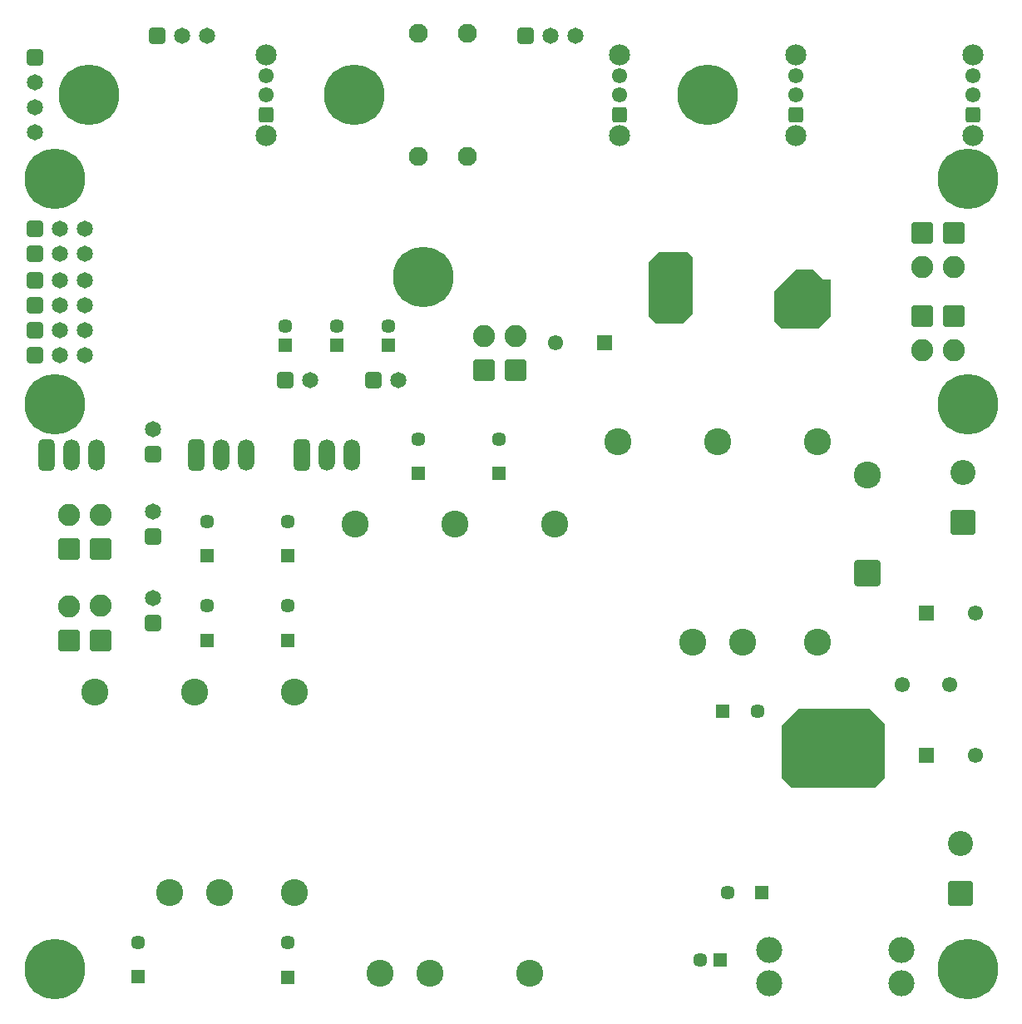
<source format=gts>
G04*
G04 #@! TF.GenerationSoftware,Altium Limited,Altium Designer,18.1.9 (240)*
G04*
G04 Layer_Color=8388736*
%FSLAX25Y25*%
%MOIN*%
G70*
G01*
G75*
%ADD13C,0.06496*%
G04:AMPARAMS|DCode=14|XSize=64.96mil|YSize=64.96mil|CornerRadius=11.81mil|HoleSize=0mil|Usage=FLASHONLY|Rotation=180.000|XOffset=0mil|YOffset=0mil|HoleType=Round|Shape=RoundedRectangle|*
%AMROUNDEDRECTD14*
21,1,0.06496,0.04134,0,0,180.0*
21,1,0.04134,0.06496,0,0,180.0*
1,1,0.02362,-0.02067,0.02067*
1,1,0.02362,0.02067,0.02067*
1,1,0.02362,0.02067,-0.02067*
1,1,0.02362,-0.02067,-0.02067*
%
%ADD14ROUNDEDRECTD14*%
%ADD15C,0.06102*%
%ADD16R,0.06102X0.06102*%
G04:AMPARAMS|DCode=17|XSize=88.58mil|YSize=88.58mil|CornerRadius=15.35mil|HoleSize=0mil|Usage=FLASHONLY|Rotation=90.000|XOffset=0mil|YOffset=0mil|HoleType=Round|Shape=RoundedRectangle|*
%AMROUNDEDRECTD17*
21,1,0.08858,0.05787,0,0,90.0*
21,1,0.05787,0.08858,0,0,90.0*
1,1,0.03071,0.02894,0.02894*
1,1,0.03071,0.02894,-0.02894*
1,1,0.03071,-0.02894,-0.02894*
1,1,0.03071,-0.02894,0.02894*
%
%ADD17ROUNDEDRECTD17*%
%ADD18C,0.08858*%
%ADD19C,0.08465*%
G04:AMPARAMS|DCode=20|XSize=61.02mil|YSize=61.02mil|CornerRadius=11.22mil|HoleSize=0mil|Usage=FLASHONLY|Rotation=90.000|XOffset=0mil|YOffset=0mil|HoleType=Round|Shape=RoundedRectangle|*
%AMROUNDEDRECTD20*
21,1,0.06102,0.03858,0,0,90.0*
21,1,0.03858,0.06102,0,0,90.0*
1,1,0.02244,0.01929,0.01929*
1,1,0.02244,0.01929,-0.01929*
1,1,0.02244,-0.01929,-0.01929*
1,1,0.02244,-0.01929,0.01929*
%
%ADD20ROUNDEDRECTD20*%
%ADD21C,0.07677*%
%ADD22C,0.05709*%
%ADD23R,0.05709X0.05709*%
%ADD24C,0.10827*%
G04:AMPARAMS|DCode=25|XSize=64.96mil|YSize=64.96mil|CornerRadius=11.81mil|HoleSize=0mil|Usage=FLASHONLY|Rotation=270.000|XOffset=0mil|YOffset=0mil|HoleType=Round|Shape=RoundedRectangle|*
%AMROUNDEDRECTD25*
21,1,0.06496,0.04134,0,0,270.0*
21,1,0.04134,0.06496,0,0,270.0*
1,1,0.02362,-0.02067,-0.02067*
1,1,0.02362,-0.02067,0.02067*
1,1,0.02362,0.02067,0.02067*
1,1,0.02362,0.02067,-0.02067*
%
%ADD25ROUNDEDRECTD25*%
%ADD26O,0.06591X0.12591*%
G04:AMPARAMS|DCode=27|XSize=65.91mil|YSize=125.91mil|CornerRadius=17.95mil|HoleSize=0mil|Usage=FLASHONLY|Rotation=0.000|XOffset=0mil|YOffset=0mil|HoleType=Round|Shape=RoundedRectangle|*
%AMROUNDEDRECTD27*
21,1,0.06591,0.09000,0,0,0.0*
21,1,0.03000,0.12591,0,0,0.0*
1,1,0.03591,0.01500,-0.04500*
1,1,0.03591,-0.01500,-0.04500*
1,1,0.03591,-0.01500,0.04500*
1,1,0.03591,0.01500,0.04500*
%
%ADD27ROUNDEDRECTD27*%
G04:AMPARAMS|DCode=28|XSize=108.27mil|YSize=108.27mil|CornerRadius=18.31mil|HoleSize=0mil|Usage=FLASHONLY|Rotation=270.000|XOffset=0mil|YOffset=0mil|HoleType=Round|Shape=RoundedRectangle|*
%AMROUNDEDRECTD28*
21,1,0.10827,0.07165,0,0,270.0*
21,1,0.07165,0.10827,0,0,270.0*
1,1,0.03661,-0.03583,-0.03583*
1,1,0.03661,-0.03583,0.03583*
1,1,0.03661,0.03583,0.03583*
1,1,0.03661,0.03583,-0.03583*
%
%ADD28ROUNDEDRECTD28*%
%ADD29C,0.10039*%
G04:AMPARAMS|DCode=30|XSize=100.39mil|YSize=100.39mil|CornerRadius=12.4mil|HoleSize=0mil|Usage=FLASHONLY|Rotation=270.000|XOffset=0mil|YOffset=0mil|HoleType=Round|Shape=RoundedRectangle|*
%AMROUNDEDRECTD30*
21,1,0.10039,0.07559,0,0,270.0*
21,1,0.07559,0.10039,0,0,270.0*
1,1,0.02480,-0.03780,-0.03780*
1,1,0.02480,-0.03780,0.03780*
1,1,0.02480,0.03780,0.03780*
1,1,0.02480,0.03780,-0.03780*
%
%ADD30ROUNDEDRECTD30*%
%ADD31R,0.05709X0.05709*%
%ADD32C,0.00591*%
%ADD33C,0.24213*%
%ADD34C,0.10433*%
G36*
X340551Y118110D02*
X312008D01*
Y118110D01*
X305118Y111221D01*
Y90551D01*
X309055Y86614D01*
X342520D01*
Y86614D01*
X346457Y90551D01*
Y112205D01*
X340551Y118110D01*
D02*
G37*
G36*
X267717Y301181D02*
X255906D01*
X251969Y297244D01*
Y275591D01*
X254921Y272638D01*
X265748D01*
X269685Y276575D01*
Y299213D01*
X267717Y301181D01*
D02*
G37*
G36*
X324803Y290354D02*
Y275528D01*
X319945Y270669D01*
X305118D01*
X302165Y273622D01*
Y285433D01*
X311024Y294291D01*
X317913D01*
Y294291D01*
X321850Y290354D01*
X324803D01*
D02*
G37*
D13*
X25748Y310669D02*
D03*
X15748Y310669D02*
D03*
X25748Y289961D02*
D03*
X15748D02*
D03*
X25748Y269961D02*
D03*
X15748Y269961D02*
D03*
X25748Y259842D02*
D03*
X15748D02*
D03*
X151654Y250000D02*
D03*
X53150Y230197D02*
D03*
X5906Y349331D02*
D03*
Y359331D02*
D03*
X74961Y387795D02*
D03*
X64961D02*
D03*
X53150Y197362D02*
D03*
Y162480D02*
D03*
X116220Y250000D02*
D03*
X15748Y279961D02*
D03*
X25748D02*
D03*
X15748Y300669D02*
D03*
X25748Y300669D02*
D03*
X5906Y369331D02*
D03*
X212598Y387795D02*
D03*
X222598D02*
D03*
D14*
X5748Y310669D02*
D03*
Y289961D02*
D03*
Y269961D02*
D03*
Y259842D02*
D03*
X141654Y250000D02*
D03*
X54961Y387795D02*
D03*
X106220Y250000D02*
D03*
X5748Y279961D02*
D03*
Y300669D02*
D03*
X202598Y387795D02*
D03*
D15*
X214567Y264764D02*
D03*
X381890Y372047D02*
D03*
Y364173D02*
D03*
X311024Y372047D02*
D03*
Y364173D02*
D03*
X353740Y127953D02*
D03*
X372638D02*
D03*
X98425Y372047D02*
D03*
Y364173D02*
D03*
X382874Y99410D02*
D03*
Y156496D02*
D03*
X240158Y364173D02*
D03*
Y372047D02*
D03*
D16*
X234252Y264764D02*
D03*
X363189Y99410D02*
D03*
Y156496D02*
D03*
D17*
X185827Y253937D02*
D03*
X198425D02*
D03*
X374213Y275590D02*
D03*
X361614D02*
D03*
Y309055D02*
D03*
X32087Y145669D02*
D03*
Y182087D02*
D03*
X374213Y309055D02*
D03*
X19488Y145591D02*
D03*
Y182087D02*
D03*
D18*
X185827Y267717D02*
D03*
X198425D02*
D03*
X374213Y261811D02*
D03*
X361614D02*
D03*
Y295276D02*
D03*
X32087Y159449D02*
D03*
Y195866D02*
D03*
X374213Y295276D02*
D03*
X19488Y159370D02*
D03*
Y195866D02*
D03*
D19*
X381890Y380315D02*
D03*
Y348031D02*
D03*
X311024Y380315D02*
D03*
Y348031D02*
D03*
X98425Y380315D02*
D03*
Y348031D02*
D03*
X240158D02*
D03*
Y380315D02*
D03*
D20*
X381890Y356299D02*
D03*
X311024D02*
D03*
X98425D02*
D03*
X240158D02*
D03*
D21*
X159449Y388779D02*
D03*
Y339567D02*
D03*
X179134Y388779D02*
D03*
Y339567D02*
D03*
D22*
X106299Y271654D02*
D03*
X126969D02*
D03*
X147638D02*
D03*
X107283Y24409D02*
D03*
X47244Y24606D02*
D03*
X107283Y159449D02*
D03*
X107283Y193268D02*
D03*
X159449Y226378D02*
D03*
X191929Y226378D02*
D03*
X295433Y117126D02*
D03*
X272638Y17717D02*
D03*
X283465Y44488D02*
D03*
X74803Y159449D02*
D03*
X74803Y193268D02*
D03*
D23*
X106299Y263779D02*
D03*
X126969D02*
D03*
X147638D02*
D03*
X107283Y10630D02*
D03*
X47244Y10827D02*
D03*
X107283Y145669D02*
D03*
X107283Y179488D02*
D03*
X159449Y212598D02*
D03*
X191929Y212598D02*
D03*
X74803Y145669D02*
D03*
X74803Y179488D02*
D03*
D24*
X110039Y44488D02*
D03*
X29882Y124803D02*
D03*
X69882D02*
D03*
X109882D02*
D03*
X59882Y44488D02*
D03*
X79882D02*
D03*
X214213Y192362D02*
D03*
X174213D02*
D03*
X134213D02*
D03*
X204213Y12362D02*
D03*
X164213D02*
D03*
X144213D02*
D03*
X289528Y144882D02*
D03*
X269528D02*
D03*
X319528Y225197D02*
D03*
X279528D02*
D03*
X239528D02*
D03*
X319685Y144882D02*
D03*
X339567Y212047D02*
D03*
D25*
X53150Y220197D02*
D03*
Y187362D02*
D03*
Y152480D02*
D03*
X5906Y379331D02*
D03*
D26*
X90709Y220020D02*
D03*
X80709D02*
D03*
X30669Y220020D02*
D03*
X20669D02*
D03*
X133031Y220020D02*
D03*
X123031D02*
D03*
D27*
X70709D02*
D03*
X10669Y220020D02*
D03*
X113031Y220020D02*
D03*
D28*
X339567Y172677D02*
D03*
D29*
X377756Y212756D02*
D03*
X376772Y64134D02*
D03*
D30*
X377756Y192756D02*
D03*
X376772Y44134D02*
D03*
D31*
X281653Y117126D02*
D03*
X280512Y17717D02*
D03*
X297244Y44488D02*
D03*
D32*
X121555Y326772D02*
D03*
X124508D02*
D03*
X127461D02*
D03*
X130413D02*
D03*
X133366D02*
D03*
X136319D02*
D03*
X121555Y334646D02*
D03*
X124508D02*
D03*
X127461D02*
D03*
X130413D02*
D03*
X133366D02*
D03*
X136319D02*
D03*
X186516Y326772D02*
D03*
X189469D02*
D03*
X192421D02*
D03*
X195374D02*
D03*
X198327D02*
D03*
X201279D02*
D03*
X186516Y334646D02*
D03*
X189469D02*
D03*
X192421D02*
D03*
X195374D02*
D03*
X198327D02*
D03*
X201279D02*
D03*
X287894Y326772D02*
D03*
X290846D02*
D03*
X293799D02*
D03*
X296752D02*
D03*
X299705D02*
D03*
X302658D02*
D03*
Y334646D02*
D03*
X299705D02*
D03*
X296752D02*
D03*
X293799D02*
D03*
X290846D02*
D03*
X287894D02*
D03*
D33*
X161417Y291339D02*
D03*
X275590Y364173D02*
D03*
X133858D02*
D03*
X13780Y330709D02*
D03*
X379921D02*
D03*
Y240158D02*
D03*
X13780D02*
D03*
Y13780D02*
D03*
X379921D02*
D03*
X27559Y364173D02*
D03*
D34*
X353287Y8071D02*
D03*
X300256Y21457D02*
D03*
X353287D02*
D03*
X300256Y8071D02*
D03*
M02*

</source>
